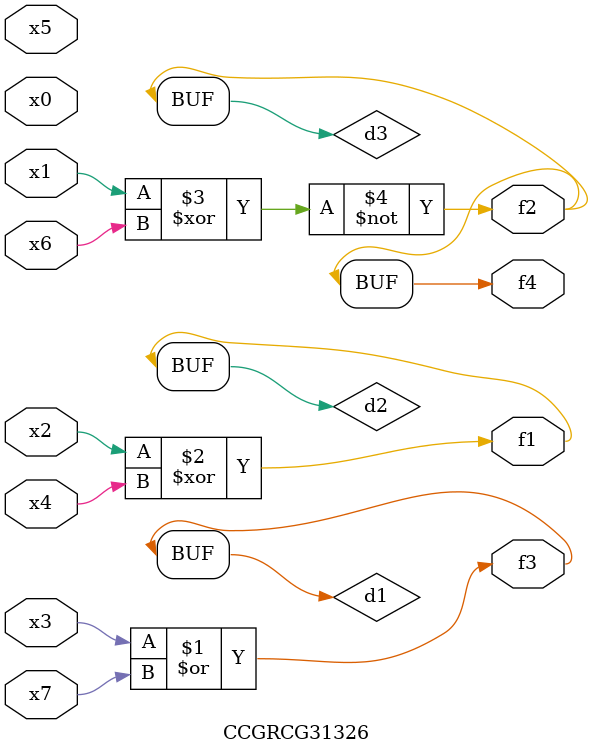
<source format=v>
module CCGRCG31326(
	input x0, x1, x2, x3, x4, x5, x6, x7,
	output f1, f2, f3, f4
);

	wire d1, d2, d3;

	or (d1, x3, x7);
	xor (d2, x2, x4);
	xnor (d3, x1, x6);
	assign f1 = d2;
	assign f2 = d3;
	assign f3 = d1;
	assign f4 = d3;
endmodule

</source>
